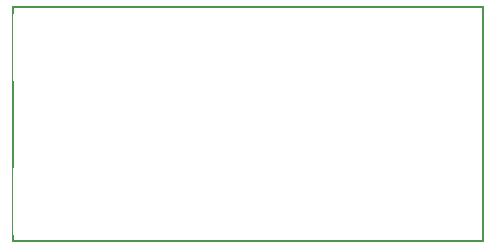
<source format=gbo>
G04 MADE WITH FRITZING*
G04 WWW.FRITZING.ORG*
G04 DOUBLE SIDED*
G04 HOLES PLATED*
G04 CONTOUR ON CENTER OF CONTOUR VECTOR*
%ASAXBY*%
%FSLAX23Y23*%
%MOIN*%
%OFA0B0*%
%SFA1.0B1.0*%
%ADD10R,0.001000X0.001000*%
%LNSILK0*%
G90*
G70*
G54D10*
X1Y787D02*
X1575Y787D01*
X1Y786D02*
X1575Y786D01*
X1Y785D02*
X1575Y785D01*
X1Y784D02*
X1575Y784D01*
X1Y783D02*
X1575Y783D01*
X1Y782D02*
X1575Y782D01*
X1Y781D02*
X1575Y781D01*
X1Y780D02*
X1575Y780D01*
X1Y779D02*
X8Y779D01*
X1568Y779D02*
X1575Y779D01*
X1Y778D02*
X8Y778D01*
X1568Y778D02*
X1575Y778D01*
X1Y777D02*
X8Y777D01*
X1568Y777D02*
X1575Y777D01*
X1Y776D02*
X8Y776D01*
X1568Y776D02*
X1575Y776D01*
X1Y775D02*
X8Y775D01*
X1568Y775D02*
X1575Y775D01*
X1Y774D02*
X8Y774D01*
X1568Y774D02*
X1575Y774D01*
X1Y773D02*
X8Y773D01*
X1568Y773D02*
X1575Y773D01*
X1Y772D02*
X8Y772D01*
X1568Y772D02*
X1575Y772D01*
X1Y771D02*
X8Y771D01*
X1568Y771D02*
X1575Y771D01*
X1Y770D02*
X8Y770D01*
X1568Y770D02*
X1575Y770D01*
X1Y769D02*
X8Y769D01*
X1568Y769D02*
X1575Y769D01*
X1Y768D02*
X8Y768D01*
X1568Y768D02*
X1575Y768D01*
X1Y767D02*
X8Y767D01*
X1568Y767D02*
X1575Y767D01*
X1Y766D02*
X8Y766D01*
X1568Y766D02*
X1575Y766D01*
X1Y765D02*
X8Y765D01*
X1568Y765D02*
X1575Y765D01*
X1Y764D02*
X8Y764D01*
X1568Y764D02*
X1575Y764D01*
X1Y763D02*
X8Y763D01*
X1568Y763D02*
X1575Y763D01*
X1Y762D02*
X8Y762D01*
X1568Y762D02*
X1575Y762D01*
X1Y761D02*
X8Y761D01*
X1568Y761D02*
X1575Y761D01*
X1Y760D02*
X8Y760D01*
X1568Y760D02*
X1575Y760D01*
X1Y759D02*
X3Y759D01*
X1568Y759D02*
X1575Y759D01*
X1Y758D02*
X3Y758D01*
X1568Y758D02*
X1575Y758D01*
X1Y757D02*
X3Y757D01*
X1568Y757D02*
X1575Y757D01*
X1Y756D02*
X3Y756D01*
X1568Y756D02*
X1575Y756D01*
X1Y755D02*
X3Y755D01*
X1568Y755D02*
X1575Y755D01*
X1Y754D02*
X3Y754D01*
X1568Y754D02*
X1575Y754D01*
X1Y753D02*
X3Y753D01*
X1568Y753D02*
X1575Y753D01*
X1Y752D02*
X3Y752D01*
X1568Y752D02*
X1575Y752D01*
X1Y751D02*
X3Y751D01*
X1568Y751D02*
X1575Y751D01*
X1Y750D02*
X3Y750D01*
X1568Y750D02*
X1575Y750D01*
X1Y749D02*
X3Y749D01*
X1568Y749D02*
X1575Y749D01*
X1Y748D02*
X3Y748D01*
X1568Y748D02*
X1575Y748D01*
X1Y747D02*
X3Y747D01*
X1568Y747D02*
X1575Y747D01*
X1Y746D02*
X3Y746D01*
X1568Y746D02*
X1575Y746D01*
X1Y745D02*
X3Y745D01*
X1568Y745D02*
X1575Y745D01*
X1Y744D02*
X3Y744D01*
X1568Y744D02*
X1575Y744D01*
X1Y743D02*
X3Y743D01*
X1568Y743D02*
X1575Y743D01*
X1Y742D02*
X3Y742D01*
X1568Y742D02*
X1575Y742D01*
X1Y741D02*
X3Y741D01*
X1568Y741D02*
X1575Y741D01*
X1Y740D02*
X3Y740D01*
X1568Y740D02*
X1575Y740D01*
X1Y739D02*
X3Y739D01*
X1568Y739D02*
X1575Y739D01*
X1Y738D02*
X3Y738D01*
X1568Y738D02*
X1575Y738D01*
X1Y737D02*
X3Y737D01*
X1568Y737D02*
X1575Y737D01*
X1Y736D02*
X3Y736D01*
X1568Y736D02*
X1575Y736D01*
X1Y735D02*
X3Y735D01*
X1568Y735D02*
X1575Y735D01*
X1Y734D02*
X3Y734D01*
X1568Y734D02*
X1575Y734D01*
X1Y733D02*
X3Y733D01*
X1568Y733D02*
X1575Y733D01*
X1Y732D02*
X3Y732D01*
X1568Y732D02*
X1575Y732D01*
X1Y731D02*
X3Y731D01*
X1568Y731D02*
X1575Y731D01*
X1Y730D02*
X3Y730D01*
X1568Y730D02*
X1575Y730D01*
X1Y729D02*
X3Y729D01*
X1568Y729D02*
X1575Y729D01*
X1Y728D02*
X3Y728D01*
X1568Y728D02*
X1575Y728D01*
X1Y727D02*
X3Y727D01*
X1568Y727D02*
X1575Y727D01*
X1Y726D02*
X3Y726D01*
X1568Y726D02*
X1575Y726D01*
X1Y725D02*
X3Y725D01*
X1568Y725D02*
X1575Y725D01*
X1Y724D02*
X3Y724D01*
X1568Y724D02*
X1575Y724D01*
X1Y723D02*
X3Y723D01*
X1568Y723D02*
X1575Y723D01*
X1Y722D02*
X3Y722D01*
X1568Y722D02*
X1575Y722D01*
X1Y721D02*
X3Y721D01*
X1568Y721D02*
X1575Y721D01*
X1Y720D02*
X3Y720D01*
X1568Y720D02*
X1575Y720D01*
X1Y719D02*
X3Y719D01*
X1568Y719D02*
X1575Y719D01*
X1Y718D02*
X3Y718D01*
X1568Y718D02*
X1575Y718D01*
X1Y717D02*
X3Y717D01*
X1568Y717D02*
X1575Y717D01*
X1Y716D02*
X3Y716D01*
X1568Y716D02*
X1575Y716D01*
X1Y715D02*
X3Y715D01*
X1568Y715D02*
X1575Y715D01*
X1Y714D02*
X3Y714D01*
X1568Y714D02*
X1575Y714D01*
X1Y713D02*
X3Y713D01*
X1568Y713D02*
X1575Y713D01*
X1Y712D02*
X3Y712D01*
X1568Y712D02*
X1575Y712D01*
X1Y711D02*
X3Y711D01*
X1568Y711D02*
X1575Y711D01*
X1Y710D02*
X3Y710D01*
X1568Y710D02*
X1575Y710D01*
X1Y709D02*
X3Y709D01*
X1568Y709D02*
X1575Y709D01*
X1Y708D02*
X3Y708D01*
X1568Y708D02*
X1575Y708D01*
X1Y707D02*
X3Y707D01*
X1568Y707D02*
X1575Y707D01*
X1Y706D02*
X3Y706D01*
X1568Y706D02*
X1575Y706D01*
X1Y705D02*
X3Y705D01*
X1568Y705D02*
X1575Y705D01*
X1Y704D02*
X3Y704D01*
X1568Y704D02*
X1575Y704D01*
X1Y703D02*
X3Y703D01*
X1568Y703D02*
X1575Y703D01*
X1Y702D02*
X3Y702D01*
X1568Y702D02*
X1575Y702D01*
X1Y701D02*
X3Y701D01*
X1568Y701D02*
X1575Y701D01*
X1Y700D02*
X3Y700D01*
X1568Y700D02*
X1575Y700D01*
X1Y699D02*
X3Y699D01*
X1568Y699D02*
X1575Y699D01*
X1Y698D02*
X3Y698D01*
X1568Y698D02*
X1575Y698D01*
X1Y697D02*
X3Y697D01*
X1568Y697D02*
X1575Y697D01*
X1Y696D02*
X3Y696D01*
X1568Y696D02*
X1575Y696D01*
X1Y695D02*
X3Y695D01*
X1568Y695D02*
X1575Y695D01*
X1Y694D02*
X3Y694D01*
X1568Y694D02*
X1575Y694D01*
X1Y693D02*
X3Y693D01*
X1568Y693D02*
X1575Y693D01*
X1Y692D02*
X3Y692D01*
X1568Y692D02*
X1575Y692D01*
X1Y691D02*
X3Y691D01*
X1568Y691D02*
X1575Y691D01*
X1Y690D02*
X3Y690D01*
X1568Y690D02*
X1575Y690D01*
X1Y689D02*
X3Y689D01*
X1568Y689D02*
X1575Y689D01*
X1Y688D02*
X3Y688D01*
X1568Y688D02*
X1575Y688D01*
X1Y687D02*
X3Y687D01*
X1568Y687D02*
X1575Y687D01*
X1Y686D02*
X3Y686D01*
X1568Y686D02*
X1575Y686D01*
X1Y685D02*
X3Y685D01*
X1568Y685D02*
X1575Y685D01*
X1Y684D02*
X3Y684D01*
X1568Y684D02*
X1575Y684D01*
X1Y683D02*
X3Y683D01*
X1568Y683D02*
X1575Y683D01*
X1Y682D02*
X3Y682D01*
X1568Y682D02*
X1575Y682D01*
X1Y681D02*
X3Y681D01*
X1568Y681D02*
X1575Y681D01*
X1Y680D02*
X3Y680D01*
X1568Y680D02*
X1575Y680D01*
X1Y679D02*
X3Y679D01*
X1568Y679D02*
X1575Y679D01*
X1Y678D02*
X3Y678D01*
X1568Y678D02*
X1575Y678D01*
X1Y677D02*
X3Y677D01*
X1568Y677D02*
X1575Y677D01*
X1Y676D02*
X3Y676D01*
X1568Y676D02*
X1575Y676D01*
X1Y675D02*
X3Y675D01*
X1568Y675D02*
X1575Y675D01*
X1Y674D02*
X3Y674D01*
X1568Y674D02*
X1575Y674D01*
X1Y673D02*
X3Y673D01*
X1568Y673D02*
X1575Y673D01*
X1Y672D02*
X3Y672D01*
X1568Y672D02*
X1575Y672D01*
X1Y671D02*
X3Y671D01*
X1568Y671D02*
X1575Y671D01*
X1Y670D02*
X3Y670D01*
X1568Y670D02*
X1575Y670D01*
X1Y669D02*
X3Y669D01*
X1568Y669D02*
X1575Y669D01*
X1Y668D02*
X3Y668D01*
X1568Y668D02*
X1575Y668D01*
X1Y667D02*
X3Y667D01*
X1568Y667D02*
X1575Y667D01*
X1Y666D02*
X3Y666D01*
X1568Y666D02*
X1575Y666D01*
X1Y665D02*
X3Y665D01*
X1568Y665D02*
X1575Y665D01*
X1Y664D02*
X3Y664D01*
X1568Y664D02*
X1575Y664D01*
X1Y663D02*
X3Y663D01*
X1568Y663D02*
X1575Y663D01*
X1Y662D02*
X3Y662D01*
X1568Y662D02*
X1575Y662D01*
X1Y661D02*
X3Y661D01*
X1568Y661D02*
X1575Y661D01*
X1Y660D02*
X3Y660D01*
X1568Y660D02*
X1575Y660D01*
X1Y659D02*
X3Y659D01*
X1568Y659D02*
X1575Y659D01*
X1Y658D02*
X3Y658D01*
X1568Y658D02*
X1575Y658D01*
X1Y657D02*
X3Y657D01*
X1568Y657D02*
X1575Y657D01*
X1Y656D02*
X3Y656D01*
X1568Y656D02*
X1575Y656D01*
X1Y655D02*
X3Y655D01*
X1568Y655D02*
X1575Y655D01*
X1Y654D02*
X3Y654D01*
X1568Y654D02*
X1575Y654D01*
X1Y653D02*
X3Y653D01*
X1568Y653D02*
X1575Y653D01*
X1Y652D02*
X3Y652D01*
X1568Y652D02*
X1575Y652D01*
X1Y651D02*
X3Y651D01*
X1568Y651D02*
X1575Y651D01*
X1Y650D02*
X3Y650D01*
X1568Y650D02*
X1575Y650D01*
X1Y649D02*
X3Y649D01*
X1568Y649D02*
X1575Y649D01*
X1Y648D02*
X3Y648D01*
X1568Y648D02*
X1575Y648D01*
X1Y647D02*
X3Y647D01*
X1568Y647D02*
X1575Y647D01*
X1Y646D02*
X3Y646D01*
X1568Y646D02*
X1575Y646D01*
X1Y645D02*
X3Y645D01*
X1568Y645D02*
X1575Y645D01*
X1Y644D02*
X3Y644D01*
X1568Y644D02*
X1575Y644D01*
X1Y643D02*
X3Y643D01*
X1568Y643D02*
X1575Y643D01*
X1Y642D02*
X3Y642D01*
X1568Y642D02*
X1575Y642D01*
X1Y641D02*
X3Y641D01*
X1568Y641D02*
X1575Y641D01*
X1Y640D02*
X3Y640D01*
X1568Y640D02*
X1575Y640D01*
X1Y639D02*
X3Y639D01*
X1568Y639D02*
X1575Y639D01*
X1Y638D02*
X3Y638D01*
X1568Y638D02*
X1575Y638D01*
X1Y637D02*
X3Y637D01*
X1568Y637D02*
X1575Y637D01*
X1Y636D02*
X3Y636D01*
X1568Y636D02*
X1575Y636D01*
X1Y635D02*
X3Y635D01*
X1568Y635D02*
X1575Y635D01*
X1Y634D02*
X3Y634D01*
X1568Y634D02*
X1575Y634D01*
X1Y633D02*
X3Y633D01*
X1568Y633D02*
X1575Y633D01*
X1Y632D02*
X3Y632D01*
X1568Y632D02*
X1575Y632D01*
X1Y631D02*
X3Y631D01*
X1568Y631D02*
X1575Y631D01*
X1Y630D02*
X3Y630D01*
X1568Y630D02*
X1575Y630D01*
X1Y629D02*
X3Y629D01*
X1568Y629D02*
X1575Y629D01*
X1Y628D02*
X3Y628D01*
X1568Y628D02*
X1575Y628D01*
X1Y627D02*
X3Y627D01*
X1568Y627D02*
X1575Y627D01*
X1Y626D02*
X3Y626D01*
X1568Y626D02*
X1575Y626D01*
X1Y625D02*
X3Y625D01*
X1568Y625D02*
X1575Y625D01*
X1Y624D02*
X3Y624D01*
X1568Y624D02*
X1575Y624D01*
X1Y623D02*
X3Y623D01*
X1568Y623D02*
X1575Y623D01*
X1Y622D02*
X3Y622D01*
X1568Y622D02*
X1575Y622D01*
X1Y621D02*
X3Y621D01*
X1568Y621D02*
X1575Y621D01*
X1Y620D02*
X3Y620D01*
X1568Y620D02*
X1575Y620D01*
X1Y619D02*
X3Y619D01*
X1568Y619D02*
X1575Y619D01*
X1Y618D02*
X3Y618D01*
X1568Y618D02*
X1575Y618D01*
X1Y617D02*
X3Y617D01*
X1568Y617D02*
X1575Y617D01*
X1Y616D02*
X3Y616D01*
X1568Y616D02*
X1575Y616D01*
X1Y615D02*
X3Y615D01*
X1568Y615D02*
X1575Y615D01*
X1Y614D02*
X3Y614D01*
X1568Y614D02*
X1575Y614D01*
X1Y613D02*
X3Y613D01*
X1568Y613D02*
X1575Y613D01*
X1Y612D02*
X3Y612D01*
X1568Y612D02*
X1575Y612D01*
X1Y611D02*
X3Y611D01*
X1568Y611D02*
X1575Y611D01*
X1Y610D02*
X3Y610D01*
X1568Y610D02*
X1575Y610D01*
X1Y609D02*
X3Y609D01*
X1568Y609D02*
X1575Y609D01*
X1Y608D02*
X3Y608D01*
X1568Y608D02*
X1575Y608D01*
X1Y607D02*
X3Y607D01*
X1568Y607D02*
X1575Y607D01*
X1Y606D02*
X3Y606D01*
X1568Y606D02*
X1575Y606D01*
X1Y605D02*
X3Y605D01*
X1568Y605D02*
X1575Y605D01*
X1Y604D02*
X3Y604D01*
X1568Y604D02*
X1575Y604D01*
X1Y603D02*
X3Y603D01*
X1568Y603D02*
X1575Y603D01*
X1Y602D02*
X3Y602D01*
X1568Y602D02*
X1575Y602D01*
X1Y601D02*
X3Y601D01*
X1568Y601D02*
X1575Y601D01*
X1Y600D02*
X3Y600D01*
X1568Y600D02*
X1575Y600D01*
X1Y599D02*
X3Y599D01*
X1568Y599D02*
X1575Y599D01*
X1Y598D02*
X3Y598D01*
X1568Y598D02*
X1575Y598D01*
X1Y597D02*
X3Y597D01*
X1568Y597D02*
X1575Y597D01*
X1Y596D02*
X3Y596D01*
X1568Y596D02*
X1575Y596D01*
X1Y595D02*
X3Y595D01*
X1568Y595D02*
X1575Y595D01*
X1Y594D02*
X3Y594D01*
X1568Y594D02*
X1575Y594D01*
X1Y593D02*
X3Y593D01*
X1568Y593D02*
X1575Y593D01*
X1Y592D02*
X3Y592D01*
X1568Y592D02*
X1575Y592D01*
X1Y591D02*
X3Y591D01*
X1568Y591D02*
X1575Y591D01*
X1Y590D02*
X3Y590D01*
X1568Y590D02*
X1575Y590D01*
X1Y589D02*
X3Y589D01*
X1568Y589D02*
X1575Y589D01*
X1Y588D02*
X3Y588D01*
X1568Y588D02*
X1575Y588D01*
X1Y587D02*
X3Y587D01*
X1568Y587D02*
X1575Y587D01*
X1Y586D02*
X3Y586D01*
X1568Y586D02*
X1575Y586D01*
X1Y585D02*
X3Y585D01*
X1568Y585D02*
X1575Y585D01*
X1Y584D02*
X3Y584D01*
X1568Y584D02*
X1575Y584D01*
X1Y583D02*
X3Y583D01*
X1568Y583D02*
X1575Y583D01*
X1Y582D02*
X3Y582D01*
X1568Y582D02*
X1575Y582D01*
X1Y581D02*
X3Y581D01*
X1568Y581D02*
X1575Y581D01*
X1Y580D02*
X3Y580D01*
X1568Y580D02*
X1575Y580D01*
X1Y579D02*
X3Y579D01*
X1568Y579D02*
X1575Y579D01*
X1Y578D02*
X3Y578D01*
X1568Y578D02*
X1575Y578D01*
X1Y577D02*
X3Y577D01*
X1568Y577D02*
X1575Y577D01*
X1Y576D02*
X3Y576D01*
X1568Y576D02*
X1575Y576D01*
X1Y575D02*
X3Y575D01*
X1568Y575D02*
X1575Y575D01*
X1Y574D02*
X3Y574D01*
X1568Y574D02*
X1575Y574D01*
X1Y573D02*
X3Y573D01*
X1568Y573D02*
X1575Y573D01*
X1Y572D02*
X3Y572D01*
X1568Y572D02*
X1575Y572D01*
X1Y571D02*
X3Y571D01*
X1568Y571D02*
X1575Y571D01*
X1Y570D02*
X3Y570D01*
X1568Y570D02*
X1575Y570D01*
X1Y569D02*
X3Y569D01*
X1568Y569D02*
X1575Y569D01*
X1Y568D02*
X3Y568D01*
X1568Y568D02*
X1575Y568D01*
X1Y567D02*
X3Y567D01*
X1568Y567D02*
X1575Y567D01*
X1Y566D02*
X3Y566D01*
X1568Y566D02*
X1575Y566D01*
X1Y565D02*
X3Y565D01*
X1568Y565D02*
X1575Y565D01*
X1Y564D02*
X3Y564D01*
X1568Y564D02*
X1575Y564D01*
X1Y563D02*
X3Y563D01*
X1568Y563D02*
X1575Y563D01*
X1Y562D02*
X3Y562D01*
X1568Y562D02*
X1575Y562D01*
X1Y561D02*
X3Y561D01*
X1568Y561D02*
X1575Y561D01*
X1Y560D02*
X3Y560D01*
X1568Y560D02*
X1575Y560D01*
X1Y559D02*
X3Y559D01*
X1568Y559D02*
X1575Y559D01*
X1Y558D02*
X3Y558D01*
X1568Y558D02*
X1575Y558D01*
X1Y557D02*
X3Y557D01*
X1568Y557D02*
X1575Y557D01*
X1Y556D02*
X3Y556D01*
X1568Y556D02*
X1575Y556D01*
X1Y555D02*
X3Y555D01*
X1568Y555D02*
X1575Y555D01*
X1Y554D02*
X3Y554D01*
X1568Y554D02*
X1575Y554D01*
X1Y553D02*
X3Y553D01*
X1568Y553D02*
X1575Y553D01*
X1Y552D02*
X3Y552D01*
X1568Y552D02*
X1575Y552D01*
X1Y551D02*
X3Y551D01*
X1568Y551D02*
X1575Y551D01*
X1Y550D02*
X3Y550D01*
X1568Y550D02*
X1575Y550D01*
X1Y549D02*
X3Y549D01*
X1568Y549D02*
X1575Y549D01*
X1Y548D02*
X3Y548D01*
X1568Y548D02*
X1575Y548D01*
X1Y547D02*
X3Y547D01*
X1568Y547D02*
X1575Y547D01*
X1Y546D02*
X3Y546D01*
X1568Y546D02*
X1575Y546D01*
X1Y545D02*
X3Y545D01*
X1568Y545D02*
X1575Y545D01*
X1Y544D02*
X3Y544D01*
X1568Y544D02*
X1575Y544D01*
X1Y543D02*
X3Y543D01*
X1568Y543D02*
X1575Y543D01*
X1Y542D02*
X3Y542D01*
X1568Y542D02*
X1575Y542D01*
X1Y541D02*
X3Y541D01*
X1568Y541D02*
X1575Y541D01*
X1Y540D02*
X3Y540D01*
X1568Y540D02*
X1575Y540D01*
X1Y539D02*
X3Y539D01*
X1568Y539D02*
X1575Y539D01*
X1Y538D02*
X3Y538D01*
X1568Y538D02*
X1575Y538D01*
X1Y537D02*
X3Y537D01*
X1568Y537D02*
X1575Y537D01*
X1Y536D02*
X8Y536D01*
X1568Y536D02*
X1575Y536D01*
X1Y535D02*
X8Y535D01*
X1568Y535D02*
X1575Y535D01*
X1Y534D02*
X8Y534D01*
X1568Y534D02*
X1575Y534D01*
X1Y533D02*
X8Y533D01*
X1568Y533D02*
X1575Y533D01*
X1Y532D02*
X8Y532D01*
X1568Y532D02*
X1575Y532D01*
X1Y531D02*
X8Y531D01*
X1568Y531D02*
X1575Y531D01*
X1Y530D02*
X8Y530D01*
X1568Y530D02*
X1575Y530D01*
X1Y529D02*
X8Y529D01*
X1568Y529D02*
X1575Y529D01*
X1Y528D02*
X8Y528D01*
X1568Y528D02*
X1575Y528D01*
X1Y527D02*
X8Y527D01*
X1568Y527D02*
X1575Y527D01*
X1Y526D02*
X8Y526D01*
X1568Y526D02*
X1575Y526D01*
X1Y525D02*
X8Y525D01*
X1568Y525D02*
X1575Y525D01*
X1Y524D02*
X8Y524D01*
X1568Y524D02*
X1575Y524D01*
X1Y523D02*
X8Y523D01*
X1568Y523D02*
X1575Y523D01*
X1Y522D02*
X8Y522D01*
X1568Y522D02*
X1575Y522D01*
X1Y521D02*
X8Y521D01*
X1568Y521D02*
X1575Y521D01*
X1Y520D02*
X8Y520D01*
X1568Y520D02*
X1575Y520D01*
X1Y519D02*
X8Y519D01*
X1568Y519D02*
X1575Y519D01*
X1Y518D02*
X8Y518D01*
X1568Y518D02*
X1575Y518D01*
X1Y517D02*
X8Y517D01*
X1568Y517D02*
X1575Y517D01*
X1Y516D02*
X8Y516D01*
X1568Y516D02*
X1575Y516D01*
X1Y515D02*
X8Y515D01*
X1568Y515D02*
X1575Y515D01*
X1Y514D02*
X8Y514D01*
X1568Y514D02*
X1575Y514D01*
X1Y513D02*
X8Y513D01*
X1568Y513D02*
X1575Y513D01*
X1Y512D02*
X8Y512D01*
X1568Y512D02*
X1575Y512D01*
X1Y511D02*
X8Y511D01*
X1568Y511D02*
X1575Y511D01*
X1Y510D02*
X8Y510D01*
X1568Y510D02*
X1575Y510D01*
X1Y509D02*
X8Y509D01*
X1568Y509D02*
X1575Y509D01*
X1Y508D02*
X8Y508D01*
X1568Y508D02*
X1575Y508D01*
X1Y507D02*
X8Y507D01*
X1568Y507D02*
X1575Y507D01*
X1Y506D02*
X8Y506D01*
X1568Y506D02*
X1575Y506D01*
X1Y505D02*
X8Y505D01*
X1568Y505D02*
X1575Y505D01*
X1Y504D02*
X8Y504D01*
X1568Y504D02*
X1575Y504D01*
X1Y503D02*
X8Y503D01*
X1568Y503D02*
X1575Y503D01*
X1Y502D02*
X8Y502D01*
X1568Y502D02*
X1575Y502D01*
X1Y501D02*
X8Y501D01*
X1568Y501D02*
X1575Y501D01*
X1Y500D02*
X8Y500D01*
X1568Y500D02*
X1575Y500D01*
X1Y499D02*
X8Y499D01*
X1568Y499D02*
X1575Y499D01*
X1Y498D02*
X8Y498D01*
X1568Y498D02*
X1575Y498D01*
X1Y497D02*
X8Y497D01*
X1568Y497D02*
X1575Y497D01*
X1Y496D02*
X8Y496D01*
X1568Y496D02*
X1575Y496D01*
X1Y495D02*
X8Y495D01*
X1568Y495D02*
X1575Y495D01*
X1Y494D02*
X8Y494D01*
X1568Y494D02*
X1575Y494D01*
X1Y493D02*
X8Y493D01*
X1568Y493D02*
X1575Y493D01*
X1Y492D02*
X8Y492D01*
X1568Y492D02*
X1575Y492D01*
X1Y491D02*
X8Y491D01*
X1568Y491D02*
X1575Y491D01*
X1Y490D02*
X8Y490D01*
X1568Y490D02*
X1575Y490D01*
X1Y489D02*
X8Y489D01*
X1568Y489D02*
X1575Y489D01*
X1Y488D02*
X8Y488D01*
X1568Y488D02*
X1575Y488D01*
X1Y487D02*
X8Y487D01*
X1568Y487D02*
X1575Y487D01*
X1Y486D02*
X8Y486D01*
X1568Y486D02*
X1575Y486D01*
X1Y485D02*
X8Y485D01*
X1568Y485D02*
X1575Y485D01*
X1Y484D02*
X8Y484D01*
X1568Y484D02*
X1575Y484D01*
X1Y483D02*
X8Y483D01*
X1568Y483D02*
X1575Y483D01*
X1Y482D02*
X8Y482D01*
X1568Y482D02*
X1575Y482D01*
X1Y481D02*
X8Y481D01*
X1568Y481D02*
X1575Y481D01*
X1Y480D02*
X8Y480D01*
X1568Y480D02*
X1575Y480D01*
X1Y479D02*
X8Y479D01*
X1568Y479D02*
X1575Y479D01*
X1Y478D02*
X8Y478D01*
X1568Y478D02*
X1575Y478D01*
X1Y477D02*
X8Y477D01*
X1568Y477D02*
X1575Y477D01*
X1Y476D02*
X8Y476D01*
X1568Y476D02*
X1575Y476D01*
X1Y475D02*
X8Y475D01*
X1568Y475D02*
X1575Y475D01*
X1Y474D02*
X8Y474D01*
X1568Y474D02*
X1575Y474D01*
X1Y473D02*
X8Y473D01*
X1568Y473D02*
X1575Y473D01*
X1Y472D02*
X8Y472D01*
X1568Y472D02*
X1575Y472D01*
X1Y471D02*
X8Y471D01*
X1568Y471D02*
X1575Y471D01*
X1Y470D02*
X8Y470D01*
X1568Y470D02*
X1575Y470D01*
X1Y469D02*
X8Y469D01*
X1568Y469D02*
X1575Y469D01*
X1Y468D02*
X8Y468D01*
X1568Y468D02*
X1575Y468D01*
X1Y467D02*
X8Y467D01*
X1568Y467D02*
X1575Y467D01*
X1Y466D02*
X8Y466D01*
X1568Y466D02*
X1575Y466D01*
X1Y465D02*
X8Y465D01*
X1568Y465D02*
X1575Y465D01*
X1Y464D02*
X8Y464D01*
X1568Y464D02*
X1575Y464D01*
X1Y463D02*
X8Y463D01*
X1568Y463D02*
X1575Y463D01*
X1Y462D02*
X8Y462D01*
X1568Y462D02*
X1575Y462D01*
X1Y461D02*
X8Y461D01*
X1568Y461D02*
X1575Y461D01*
X1Y460D02*
X8Y460D01*
X1568Y460D02*
X1575Y460D01*
X1Y459D02*
X8Y459D01*
X1568Y459D02*
X1575Y459D01*
X1Y458D02*
X8Y458D01*
X1568Y458D02*
X1575Y458D01*
X1Y457D02*
X8Y457D01*
X1568Y457D02*
X1575Y457D01*
X1Y456D02*
X8Y456D01*
X1568Y456D02*
X1575Y456D01*
X1Y455D02*
X8Y455D01*
X1568Y455D02*
X1575Y455D01*
X1Y454D02*
X8Y454D01*
X1568Y454D02*
X1575Y454D01*
X1Y453D02*
X8Y453D01*
X1568Y453D02*
X1575Y453D01*
X1Y452D02*
X8Y452D01*
X1568Y452D02*
X1575Y452D01*
X1Y451D02*
X8Y451D01*
X1568Y451D02*
X1575Y451D01*
X1Y450D02*
X8Y450D01*
X1568Y450D02*
X1575Y450D01*
X1Y449D02*
X8Y449D01*
X1568Y449D02*
X1575Y449D01*
X1Y448D02*
X8Y448D01*
X1568Y448D02*
X1575Y448D01*
X1Y447D02*
X8Y447D01*
X1568Y447D02*
X1575Y447D01*
X1Y446D02*
X8Y446D01*
X1568Y446D02*
X1575Y446D01*
X1Y445D02*
X8Y445D01*
X1568Y445D02*
X1575Y445D01*
X1Y444D02*
X8Y444D01*
X1568Y444D02*
X1575Y444D01*
X1Y443D02*
X8Y443D01*
X1568Y443D02*
X1575Y443D01*
X1Y442D02*
X8Y442D01*
X1568Y442D02*
X1575Y442D01*
X1Y441D02*
X8Y441D01*
X1568Y441D02*
X1575Y441D01*
X1Y440D02*
X8Y440D01*
X1568Y440D02*
X1575Y440D01*
X1Y439D02*
X8Y439D01*
X1568Y439D02*
X1575Y439D01*
X1Y438D02*
X8Y438D01*
X1568Y438D02*
X1575Y438D01*
X1Y437D02*
X8Y437D01*
X1568Y437D02*
X1575Y437D01*
X1Y436D02*
X8Y436D01*
X1568Y436D02*
X1575Y436D01*
X1Y435D02*
X8Y435D01*
X1568Y435D02*
X1575Y435D01*
X1Y434D02*
X8Y434D01*
X1568Y434D02*
X1575Y434D01*
X1Y433D02*
X8Y433D01*
X1568Y433D02*
X1575Y433D01*
X1Y432D02*
X8Y432D01*
X1568Y432D02*
X1575Y432D01*
X1Y431D02*
X8Y431D01*
X1568Y431D02*
X1575Y431D01*
X1Y430D02*
X8Y430D01*
X1568Y430D02*
X1575Y430D01*
X1Y429D02*
X8Y429D01*
X1568Y429D02*
X1575Y429D01*
X1Y428D02*
X8Y428D01*
X1568Y428D02*
X1575Y428D01*
X1Y427D02*
X8Y427D01*
X1568Y427D02*
X1575Y427D01*
X1Y426D02*
X8Y426D01*
X1568Y426D02*
X1575Y426D01*
X1Y425D02*
X8Y425D01*
X1568Y425D02*
X1575Y425D01*
X1Y424D02*
X8Y424D01*
X1568Y424D02*
X1575Y424D01*
X1Y423D02*
X8Y423D01*
X1568Y423D02*
X1575Y423D01*
X1Y422D02*
X8Y422D01*
X1568Y422D02*
X1575Y422D01*
X1Y421D02*
X8Y421D01*
X1568Y421D02*
X1575Y421D01*
X1Y420D02*
X8Y420D01*
X1568Y420D02*
X1575Y420D01*
X1Y419D02*
X8Y419D01*
X1568Y419D02*
X1575Y419D01*
X1Y418D02*
X8Y418D01*
X1568Y418D02*
X1575Y418D01*
X1Y417D02*
X8Y417D01*
X1568Y417D02*
X1575Y417D01*
X1Y416D02*
X8Y416D01*
X1568Y416D02*
X1575Y416D01*
X1Y415D02*
X8Y415D01*
X1568Y415D02*
X1575Y415D01*
X1Y414D02*
X8Y414D01*
X1568Y414D02*
X1575Y414D01*
X1Y413D02*
X8Y413D01*
X1568Y413D02*
X1575Y413D01*
X1Y412D02*
X8Y412D01*
X1568Y412D02*
X1575Y412D01*
X1Y411D02*
X8Y411D01*
X1568Y411D02*
X1575Y411D01*
X1Y410D02*
X8Y410D01*
X1568Y410D02*
X1575Y410D01*
X1Y409D02*
X8Y409D01*
X1568Y409D02*
X1575Y409D01*
X1Y408D02*
X8Y408D01*
X1568Y408D02*
X1575Y408D01*
X1Y407D02*
X8Y407D01*
X1568Y407D02*
X1575Y407D01*
X1Y406D02*
X8Y406D01*
X1568Y406D02*
X1575Y406D01*
X1Y405D02*
X8Y405D01*
X1568Y405D02*
X1575Y405D01*
X1Y404D02*
X8Y404D01*
X1568Y404D02*
X1575Y404D01*
X1Y403D02*
X8Y403D01*
X1568Y403D02*
X1575Y403D01*
X1Y402D02*
X8Y402D01*
X1568Y402D02*
X1575Y402D01*
X1Y401D02*
X8Y401D01*
X1568Y401D02*
X1575Y401D01*
X1Y400D02*
X8Y400D01*
X1568Y400D02*
X1575Y400D01*
X1Y399D02*
X8Y399D01*
X1568Y399D02*
X1575Y399D01*
X1Y398D02*
X8Y398D01*
X1568Y398D02*
X1575Y398D01*
X1Y397D02*
X8Y397D01*
X1568Y397D02*
X1575Y397D01*
X1Y396D02*
X8Y396D01*
X1568Y396D02*
X1575Y396D01*
X1Y395D02*
X8Y395D01*
X1568Y395D02*
X1575Y395D01*
X1Y394D02*
X8Y394D01*
X1568Y394D02*
X1575Y394D01*
X1Y393D02*
X8Y393D01*
X1568Y393D02*
X1575Y393D01*
X1Y392D02*
X8Y392D01*
X1568Y392D02*
X1575Y392D01*
X1Y391D02*
X8Y391D01*
X1568Y391D02*
X1575Y391D01*
X1Y390D02*
X8Y390D01*
X1568Y390D02*
X1575Y390D01*
X1Y389D02*
X8Y389D01*
X1568Y389D02*
X1575Y389D01*
X1Y388D02*
X8Y388D01*
X1568Y388D02*
X1575Y388D01*
X1Y387D02*
X8Y387D01*
X1568Y387D02*
X1575Y387D01*
X1Y386D02*
X8Y386D01*
X1568Y386D02*
X1575Y386D01*
X1Y385D02*
X8Y385D01*
X1568Y385D02*
X1575Y385D01*
X1Y384D02*
X8Y384D01*
X1568Y384D02*
X1575Y384D01*
X1Y383D02*
X8Y383D01*
X1568Y383D02*
X1575Y383D01*
X1Y382D02*
X8Y382D01*
X1568Y382D02*
X1575Y382D01*
X1Y381D02*
X8Y381D01*
X1568Y381D02*
X1575Y381D01*
X1Y380D02*
X8Y380D01*
X1568Y380D02*
X1575Y380D01*
X1Y379D02*
X8Y379D01*
X1568Y379D02*
X1575Y379D01*
X1Y378D02*
X8Y378D01*
X1568Y378D02*
X1575Y378D01*
X1Y377D02*
X8Y377D01*
X1568Y377D02*
X1575Y377D01*
X1Y376D02*
X8Y376D01*
X1568Y376D02*
X1575Y376D01*
X1Y375D02*
X8Y375D01*
X1568Y375D02*
X1575Y375D01*
X1Y374D02*
X8Y374D01*
X1568Y374D02*
X1575Y374D01*
X1Y373D02*
X8Y373D01*
X1568Y373D02*
X1575Y373D01*
X1Y372D02*
X8Y372D01*
X1568Y372D02*
X1575Y372D01*
X1Y371D02*
X8Y371D01*
X1568Y371D02*
X1575Y371D01*
X1Y370D02*
X8Y370D01*
X1568Y370D02*
X1575Y370D01*
X1Y369D02*
X8Y369D01*
X1568Y369D02*
X1575Y369D01*
X1Y368D02*
X8Y368D01*
X1568Y368D02*
X1575Y368D01*
X1Y367D02*
X8Y367D01*
X1568Y367D02*
X1575Y367D01*
X1Y366D02*
X8Y366D01*
X1568Y366D02*
X1575Y366D01*
X1Y365D02*
X8Y365D01*
X1568Y365D02*
X1575Y365D01*
X1Y364D02*
X8Y364D01*
X1568Y364D02*
X1575Y364D01*
X1Y363D02*
X8Y363D01*
X1568Y363D02*
X1575Y363D01*
X1Y362D02*
X8Y362D01*
X1568Y362D02*
X1575Y362D01*
X1Y361D02*
X8Y361D01*
X1568Y361D02*
X1575Y361D01*
X1Y360D02*
X8Y360D01*
X1568Y360D02*
X1575Y360D01*
X1Y359D02*
X8Y359D01*
X1568Y359D02*
X1575Y359D01*
X1Y358D02*
X8Y358D01*
X1568Y358D02*
X1575Y358D01*
X1Y357D02*
X8Y357D01*
X1568Y357D02*
X1575Y357D01*
X1Y356D02*
X8Y356D01*
X1568Y356D02*
X1575Y356D01*
X1Y355D02*
X8Y355D01*
X1568Y355D02*
X1575Y355D01*
X1Y354D02*
X8Y354D01*
X1568Y354D02*
X1575Y354D01*
X1Y353D02*
X8Y353D01*
X1568Y353D02*
X1575Y353D01*
X1Y352D02*
X8Y352D01*
X1568Y352D02*
X1575Y352D01*
X1Y351D02*
X8Y351D01*
X1568Y351D02*
X1575Y351D01*
X1Y350D02*
X8Y350D01*
X1568Y350D02*
X1575Y350D01*
X1Y349D02*
X8Y349D01*
X1568Y349D02*
X1575Y349D01*
X1Y348D02*
X8Y348D01*
X1568Y348D02*
X1575Y348D01*
X1Y347D02*
X8Y347D01*
X1568Y347D02*
X1575Y347D01*
X1Y346D02*
X8Y346D01*
X1568Y346D02*
X1575Y346D01*
X1Y345D02*
X8Y345D01*
X1568Y345D02*
X1575Y345D01*
X1Y344D02*
X8Y344D01*
X1568Y344D02*
X1575Y344D01*
X1Y343D02*
X8Y343D01*
X1568Y343D02*
X1575Y343D01*
X1Y342D02*
X8Y342D01*
X1568Y342D02*
X1575Y342D01*
X1Y341D02*
X8Y341D01*
X1568Y341D02*
X1575Y341D01*
X1Y340D02*
X8Y340D01*
X1568Y340D02*
X1575Y340D01*
X1Y339D02*
X8Y339D01*
X1568Y339D02*
X1575Y339D01*
X1Y338D02*
X8Y338D01*
X1568Y338D02*
X1575Y338D01*
X1Y337D02*
X8Y337D01*
X1568Y337D02*
X1575Y337D01*
X1Y336D02*
X8Y336D01*
X1568Y336D02*
X1575Y336D01*
X1Y335D02*
X8Y335D01*
X1568Y335D02*
X1575Y335D01*
X1Y334D02*
X8Y334D01*
X1568Y334D02*
X1575Y334D01*
X1Y333D02*
X8Y333D01*
X1568Y333D02*
X1575Y333D01*
X1Y332D02*
X8Y332D01*
X1568Y332D02*
X1575Y332D01*
X1Y331D02*
X8Y331D01*
X1568Y331D02*
X1575Y331D01*
X1Y330D02*
X8Y330D01*
X1568Y330D02*
X1575Y330D01*
X1Y329D02*
X8Y329D01*
X1568Y329D02*
X1575Y329D01*
X1Y328D02*
X8Y328D01*
X1568Y328D02*
X1575Y328D01*
X1Y327D02*
X8Y327D01*
X1568Y327D02*
X1575Y327D01*
X1Y326D02*
X8Y326D01*
X1568Y326D02*
X1575Y326D01*
X1Y325D02*
X8Y325D01*
X1568Y325D02*
X1575Y325D01*
X1Y324D02*
X8Y324D01*
X1568Y324D02*
X1575Y324D01*
X1Y323D02*
X8Y323D01*
X1568Y323D02*
X1575Y323D01*
X1Y322D02*
X8Y322D01*
X1568Y322D02*
X1575Y322D01*
X1Y321D02*
X8Y321D01*
X1568Y321D02*
X1575Y321D01*
X1Y320D02*
X8Y320D01*
X1568Y320D02*
X1575Y320D01*
X1Y319D02*
X8Y319D01*
X1568Y319D02*
X1575Y319D01*
X1Y318D02*
X8Y318D01*
X1568Y318D02*
X1575Y318D01*
X1Y317D02*
X8Y317D01*
X1568Y317D02*
X1575Y317D01*
X1Y316D02*
X8Y316D01*
X1568Y316D02*
X1575Y316D01*
X1Y315D02*
X8Y315D01*
X1568Y315D02*
X1575Y315D01*
X1Y314D02*
X8Y314D01*
X1568Y314D02*
X1575Y314D01*
X1Y313D02*
X8Y313D01*
X1568Y313D02*
X1575Y313D01*
X1Y312D02*
X8Y312D01*
X1568Y312D02*
X1575Y312D01*
X1Y311D02*
X8Y311D01*
X1568Y311D02*
X1575Y311D01*
X1Y310D02*
X8Y310D01*
X1568Y310D02*
X1575Y310D01*
X1Y309D02*
X8Y309D01*
X1568Y309D02*
X1575Y309D01*
X1Y308D02*
X8Y308D01*
X1568Y308D02*
X1575Y308D01*
X1Y307D02*
X8Y307D01*
X1568Y307D02*
X1575Y307D01*
X1Y306D02*
X8Y306D01*
X1568Y306D02*
X1575Y306D01*
X1Y305D02*
X8Y305D01*
X1568Y305D02*
X1575Y305D01*
X1Y304D02*
X8Y304D01*
X1568Y304D02*
X1575Y304D01*
X1Y303D02*
X8Y303D01*
X1568Y303D02*
X1575Y303D01*
X1Y302D02*
X8Y302D01*
X1568Y302D02*
X1575Y302D01*
X1Y301D02*
X8Y301D01*
X1568Y301D02*
X1575Y301D01*
X1Y300D02*
X8Y300D01*
X1568Y300D02*
X1575Y300D01*
X1Y299D02*
X8Y299D01*
X1568Y299D02*
X1575Y299D01*
X1Y298D02*
X8Y298D01*
X1568Y298D02*
X1575Y298D01*
X1Y297D02*
X8Y297D01*
X1568Y297D02*
X1575Y297D01*
X1Y296D02*
X8Y296D01*
X1568Y296D02*
X1575Y296D01*
X1Y295D02*
X8Y295D01*
X1568Y295D02*
X1575Y295D01*
X1Y294D02*
X8Y294D01*
X1568Y294D02*
X1575Y294D01*
X1Y293D02*
X8Y293D01*
X1568Y293D02*
X1575Y293D01*
X1Y292D02*
X8Y292D01*
X1568Y292D02*
X1575Y292D01*
X1Y291D02*
X8Y291D01*
X1568Y291D02*
X1575Y291D01*
X1Y290D02*
X8Y290D01*
X1568Y290D02*
X1575Y290D01*
X1Y289D02*
X8Y289D01*
X1568Y289D02*
X1575Y289D01*
X1Y288D02*
X8Y288D01*
X1568Y288D02*
X1575Y288D01*
X1Y287D02*
X8Y287D01*
X1568Y287D02*
X1575Y287D01*
X1Y286D02*
X8Y286D01*
X1568Y286D02*
X1575Y286D01*
X1Y285D02*
X8Y285D01*
X1568Y285D02*
X1575Y285D01*
X1Y284D02*
X8Y284D01*
X1568Y284D02*
X1575Y284D01*
X1Y283D02*
X8Y283D01*
X1568Y283D02*
X1575Y283D01*
X1Y282D02*
X8Y282D01*
X1568Y282D02*
X1575Y282D01*
X1Y281D02*
X8Y281D01*
X1568Y281D02*
X1575Y281D01*
X1Y280D02*
X8Y280D01*
X1568Y280D02*
X1575Y280D01*
X1Y279D02*
X8Y279D01*
X1568Y279D02*
X1575Y279D01*
X1Y278D02*
X8Y278D01*
X1568Y278D02*
X1575Y278D01*
X1Y277D02*
X8Y277D01*
X1568Y277D02*
X1575Y277D01*
X1Y276D02*
X8Y276D01*
X1568Y276D02*
X1575Y276D01*
X1Y275D02*
X8Y275D01*
X1568Y275D02*
X1575Y275D01*
X1Y274D02*
X8Y274D01*
X1568Y274D02*
X1575Y274D01*
X1Y273D02*
X8Y273D01*
X1568Y273D02*
X1575Y273D01*
X1Y272D02*
X8Y272D01*
X1568Y272D02*
X1575Y272D01*
X1Y271D02*
X8Y271D01*
X1568Y271D02*
X1575Y271D01*
X1Y270D02*
X8Y270D01*
X1568Y270D02*
X1575Y270D01*
X1Y269D02*
X8Y269D01*
X1568Y269D02*
X1575Y269D01*
X1Y268D02*
X8Y268D01*
X1568Y268D02*
X1575Y268D01*
X1Y267D02*
X8Y267D01*
X1568Y267D02*
X1575Y267D01*
X1Y266D02*
X8Y266D01*
X1568Y266D02*
X1575Y266D01*
X1Y265D02*
X8Y265D01*
X1568Y265D02*
X1575Y265D01*
X1Y264D02*
X8Y264D01*
X1568Y264D02*
X1575Y264D01*
X1Y263D02*
X8Y263D01*
X1568Y263D02*
X1575Y263D01*
X1Y262D02*
X8Y262D01*
X1568Y262D02*
X1575Y262D01*
X1Y261D02*
X8Y261D01*
X1568Y261D02*
X1575Y261D01*
X1Y260D02*
X8Y260D01*
X1568Y260D02*
X1575Y260D01*
X1Y259D02*
X8Y259D01*
X1568Y259D02*
X1575Y259D01*
X1Y258D02*
X8Y258D01*
X1568Y258D02*
X1575Y258D01*
X1Y257D02*
X8Y257D01*
X1568Y257D02*
X1575Y257D01*
X1Y256D02*
X8Y256D01*
X1568Y256D02*
X1575Y256D01*
X1Y255D02*
X8Y255D01*
X1568Y255D02*
X1575Y255D01*
X1Y254D02*
X8Y254D01*
X1568Y254D02*
X1575Y254D01*
X1Y253D02*
X8Y253D01*
X1568Y253D02*
X1575Y253D01*
X1Y252D02*
X8Y252D01*
X1568Y252D02*
X1575Y252D01*
X1Y251D02*
X8Y251D01*
X1568Y251D02*
X1575Y251D01*
X1Y250D02*
X8Y250D01*
X1568Y250D02*
X1575Y250D01*
X1Y249D02*
X8Y249D01*
X1568Y249D02*
X1575Y249D01*
X1Y248D02*
X8Y248D01*
X1568Y248D02*
X1575Y248D01*
X1Y247D02*
X3Y247D01*
X1568Y247D02*
X1575Y247D01*
X1Y246D02*
X3Y246D01*
X1568Y246D02*
X1575Y246D01*
X1Y245D02*
X3Y245D01*
X1568Y245D02*
X1575Y245D01*
X1Y244D02*
X3Y244D01*
X1568Y244D02*
X1575Y244D01*
X1Y243D02*
X3Y243D01*
X1568Y243D02*
X1575Y243D01*
X1Y242D02*
X3Y242D01*
X1568Y242D02*
X1575Y242D01*
X1Y241D02*
X3Y241D01*
X1568Y241D02*
X1575Y241D01*
X1Y240D02*
X3Y240D01*
X1568Y240D02*
X1575Y240D01*
X1Y239D02*
X3Y239D01*
X1568Y239D02*
X1575Y239D01*
X1Y238D02*
X3Y238D01*
X1568Y238D02*
X1575Y238D01*
X1Y237D02*
X3Y237D01*
X1568Y237D02*
X1575Y237D01*
X1Y236D02*
X3Y236D01*
X1568Y236D02*
X1575Y236D01*
X1Y235D02*
X3Y235D01*
X1568Y235D02*
X1575Y235D01*
X1Y234D02*
X3Y234D01*
X1568Y234D02*
X1575Y234D01*
X1Y233D02*
X3Y233D01*
X1568Y233D02*
X1575Y233D01*
X1Y232D02*
X3Y232D01*
X1568Y232D02*
X1575Y232D01*
X1Y231D02*
X3Y231D01*
X1568Y231D02*
X1575Y231D01*
X1Y230D02*
X3Y230D01*
X1568Y230D02*
X1575Y230D01*
X1Y229D02*
X3Y229D01*
X1568Y229D02*
X1575Y229D01*
X1Y228D02*
X3Y228D01*
X1568Y228D02*
X1575Y228D01*
X1Y227D02*
X3Y227D01*
X1568Y227D02*
X1575Y227D01*
X1Y226D02*
X3Y226D01*
X1568Y226D02*
X1575Y226D01*
X1Y225D02*
X3Y225D01*
X1568Y225D02*
X1575Y225D01*
X1Y224D02*
X3Y224D01*
X1568Y224D02*
X1575Y224D01*
X1Y223D02*
X3Y223D01*
X1568Y223D02*
X1575Y223D01*
X1Y222D02*
X3Y222D01*
X1568Y222D02*
X1575Y222D01*
X1Y221D02*
X3Y221D01*
X1568Y221D02*
X1575Y221D01*
X1Y220D02*
X3Y220D01*
X1568Y220D02*
X1575Y220D01*
X1Y219D02*
X3Y219D01*
X1568Y219D02*
X1575Y219D01*
X1Y218D02*
X3Y218D01*
X1568Y218D02*
X1575Y218D01*
X1Y217D02*
X3Y217D01*
X1568Y217D02*
X1575Y217D01*
X1Y216D02*
X3Y216D01*
X1568Y216D02*
X1575Y216D01*
X1Y215D02*
X3Y215D01*
X1568Y215D02*
X1575Y215D01*
X1Y214D02*
X3Y214D01*
X1568Y214D02*
X1575Y214D01*
X1Y213D02*
X3Y213D01*
X1568Y213D02*
X1575Y213D01*
X1Y212D02*
X3Y212D01*
X1568Y212D02*
X1575Y212D01*
X1Y211D02*
X3Y211D01*
X1568Y211D02*
X1575Y211D01*
X1Y210D02*
X3Y210D01*
X1568Y210D02*
X1575Y210D01*
X1Y209D02*
X3Y209D01*
X1568Y209D02*
X1575Y209D01*
X1Y208D02*
X3Y208D01*
X1568Y208D02*
X1575Y208D01*
X1Y207D02*
X3Y207D01*
X1568Y207D02*
X1575Y207D01*
X1Y206D02*
X3Y206D01*
X1568Y206D02*
X1575Y206D01*
X1Y205D02*
X3Y205D01*
X1568Y205D02*
X1575Y205D01*
X1Y204D02*
X3Y204D01*
X1568Y204D02*
X1575Y204D01*
X1Y203D02*
X3Y203D01*
X1568Y203D02*
X1575Y203D01*
X1Y202D02*
X3Y202D01*
X1568Y202D02*
X1575Y202D01*
X1Y201D02*
X3Y201D01*
X1568Y201D02*
X1575Y201D01*
X1Y200D02*
X3Y200D01*
X1568Y200D02*
X1575Y200D01*
X1Y199D02*
X3Y199D01*
X1568Y199D02*
X1575Y199D01*
X1Y198D02*
X3Y198D01*
X1568Y198D02*
X1575Y198D01*
X1Y197D02*
X3Y197D01*
X1568Y197D02*
X1575Y197D01*
X1Y196D02*
X3Y196D01*
X1568Y196D02*
X1575Y196D01*
X1Y195D02*
X3Y195D01*
X1568Y195D02*
X1575Y195D01*
X1Y194D02*
X3Y194D01*
X1568Y194D02*
X1575Y194D01*
X1Y193D02*
X3Y193D01*
X1568Y193D02*
X1575Y193D01*
X1Y192D02*
X3Y192D01*
X1568Y192D02*
X1575Y192D01*
X1Y191D02*
X3Y191D01*
X1568Y191D02*
X1575Y191D01*
X1Y190D02*
X3Y190D01*
X1568Y190D02*
X1575Y190D01*
X1Y189D02*
X3Y189D01*
X1568Y189D02*
X1575Y189D01*
X1Y188D02*
X3Y188D01*
X1568Y188D02*
X1575Y188D01*
X1Y187D02*
X3Y187D01*
X1568Y187D02*
X1575Y187D01*
X1Y186D02*
X3Y186D01*
X1568Y186D02*
X1575Y186D01*
X1Y185D02*
X3Y185D01*
X1568Y185D02*
X1575Y185D01*
X1Y184D02*
X3Y184D01*
X1568Y184D02*
X1575Y184D01*
X1Y183D02*
X3Y183D01*
X1568Y183D02*
X1575Y183D01*
X1Y182D02*
X3Y182D01*
X1568Y182D02*
X1575Y182D01*
X1Y181D02*
X3Y181D01*
X1568Y181D02*
X1575Y181D01*
X1Y180D02*
X3Y180D01*
X1568Y180D02*
X1575Y180D01*
X1Y179D02*
X3Y179D01*
X1568Y179D02*
X1575Y179D01*
X1Y178D02*
X3Y178D01*
X1568Y178D02*
X1575Y178D01*
X1Y177D02*
X3Y177D01*
X1568Y177D02*
X1575Y177D01*
X1Y176D02*
X3Y176D01*
X1568Y176D02*
X1575Y176D01*
X1Y175D02*
X3Y175D01*
X1568Y175D02*
X1575Y175D01*
X1Y174D02*
X3Y174D01*
X1568Y174D02*
X1575Y174D01*
X1Y173D02*
X3Y173D01*
X1568Y173D02*
X1575Y173D01*
X1Y172D02*
X3Y172D01*
X1568Y172D02*
X1575Y172D01*
X1Y171D02*
X3Y171D01*
X1568Y171D02*
X1575Y171D01*
X1Y170D02*
X3Y170D01*
X1568Y170D02*
X1575Y170D01*
X1Y169D02*
X3Y169D01*
X1568Y169D02*
X1575Y169D01*
X1Y168D02*
X3Y168D01*
X1568Y168D02*
X1575Y168D01*
X1Y167D02*
X3Y167D01*
X1568Y167D02*
X1575Y167D01*
X1Y166D02*
X3Y166D01*
X1568Y166D02*
X1575Y166D01*
X1Y165D02*
X3Y165D01*
X1568Y165D02*
X1575Y165D01*
X1Y164D02*
X3Y164D01*
X1568Y164D02*
X1575Y164D01*
X1Y163D02*
X3Y163D01*
X1568Y163D02*
X1575Y163D01*
X1Y162D02*
X3Y162D01*
X1568Y162D02*
X1575Y162D01*
X1Y161D02*
X3Y161D01*
X1568Y161D02*
X1575Y161D01*
X1Y160D02*
X3Y160D01*
X1568Y160D02*
X1575Y160D01*
X1Y159D02*
X3Y159D01*
X1568Y159D02*
X1575Y159D01*
X1Y158D02*
X3Y158D01*
X1568Y158D02*
X1575Y158D01*
X1Y157D02*
X3Y157D01*
X1568Y157D02*
X1575Y157D01*
X1Y156D02*
X3Y156D01*
X1568Y156D02*
X1575Y156D01*
X1Y155D02*
X3Y155D01*
X1568Y155D02*
X1575Y155D01*
X1Y154D02*
X3Y154D01*
X1568Y154D02*
X1575Y154D01*
X1Y153D02*
X3Y153D01*
X1568Y153D02*
X1575Y153D01*
X1Y152D02*
X3Y152D01*
X1568Y152D02*
X1575Y152D01*
X1Y151D02*
X3Y151D01*
X1568Y151D02*
X1575Y151D01*
X1Y150D02*
X3Y150D01*
X1568Y150D02*
X1575Y150D01*
X1Y149D02*
X3Y149D01*
X1568Y149D02*
X1575Y149D01*
X1Y148D02*
X3Y148D01*
X1568Y148D02*
X1575Y148D01*
X1Y147D02*
X3Y147D01*
X1568Y147D02*
X1575Y147D01*
X1Y146D02*
X3Y146D01*
X1568Y146D02*
X1575Y146D01*
X1Y145D02*
X3Y145D01*
X1568Y145D02*
X1575Y145D01*
X1Y144D02*
X3Y144D01*
X1568Y144D02*
X1575Y144D01*
X1Y143D02*
X3Y143D01*
X1568Y143D02*
X1575Y143D01*
X1Y142D02*
X3Y142D01*
X1568Y142D02*
X1575Y142D01*
X1Y141D02*
X3Y141D01*
X1568Y141D02*
X1575Y141D01*
X1Y140D02*
X3Y140D01*
X1568Y140D02*
X1575Y140D01*
X1Y139D02*
X3Y139D01*
X1568Y139D02*
X1575Y139D01*
X1Y138D02*
X3Y138D01*
X1568Y138D02*
X1575Y138D01*
X1Y137D02*
X3Y137D01*
X1568Y137D02*
X1575Y137D01*
X1Y136D02*
X3Y136D01*
X1568Y136D02*
X1575Y136D01*
X1Y135D02*
X3Y135D01*
X1568Y135D02*
X1575Y135D01*
X1Y134D02*
X3Y134D01*
X1568Y134D02*
X1575Y134D01*
X1Y133D02*
X3Y133D01*
X1568Y133D02*
X1575Y133D01*
X1Y132D02*
X3Y132D01*
X1568Y132D02*
X1575Y132D01*
X1Y131D02*
X3Y131D01*
X1568Y131D02*
X1575Y131D01*
X1Y130D02*
X3Y130D01*
X1568Y130D02*
X1575Y130D01*
X1Y129D02*
X3Y129D01*
X1568Y129D02*
X1575Y129D01*
X1Y128D02*
X3Y128D01*
X1568Y128D02*
X1575Y128D01*
X1Y127D02*
X3Y127D01*
X1568Y127D02*
X1575Y127D01*
X1Y126D02*
X3Y126D01*
X1568Y126D02*
X1575Y126D01*
X1Y125D02*
X3Y125D01*
X1568Y125D02*
X1575Y125D01*
X1Y124D02*
X3Y124D01*
X1568Y124D02*
X1575Y124D01*
X1Y123D02*
X3Y123D01*
X1568Y123D02*
X1575Y123D01*
X1Y122D02*
X3Y122D01*
X1568Y122D02*
X1575Y122D01*
X1Y121D02*
X3Y121D01*
X1568Y121D02*
X1575Y121D01*
X1Y120D02*
X3Y120D01*
X1568Y120D02*
X1575Y120D01*
X1Y119D02*
X3Y119D01*
X1568Y119D02*
X1575Y119D01*
X1Y118D02*
X3Y118D01*
X1568Y118D02*
X1575Y118D01*
X1Y117D02*
X3Y117D01*
X1568Y117D02*
X1575Y117D01*
X1Y116D02*
X3Y116D01*
X1568Y116D02*
X1575Y116D01*
X1Y115D02*
X3Y115D01*
X1568Y115D02*
X1575Y115D01*
X1Y114D02*
X3Y114D01*
X1568Y114D02*
X1575Y114D01*
X1Y113D02*
X3Y113D01*
X1568Y113D02*
X1575Y113D01*
X1Y112D02*
X3Y112D01*
X1568Y112D02*
X1575Y112D01*
X1Y111D02*
X3Y111D01*
X1568Y111D02*
X1575Y111D01*
X1Y110D02*
X3Y110D01*
X1568Y110D02*
X1575Y110D01*
X1Y109D02*
X3Y109D01*
X1568Y109D02*
X1575Y109D01*
X1Y108D02*
X3Y108D01*
X1568Y108D02*
X1575Y108D01*
X1Y107D02*
X3Y107D01*
X1568Y107D02*
X1575Y107D01*
X1Y106D02*
X3Y106D01*
X1568Y106D02*
X1575Y106D01*
X1Y105D02*
X3Y105D01*
X1568Y105D02*
X1575Y105D01*
X1Y104D02*
X3Y104D01*
X1568Y104D02*
X1575Y104D01*
X1Y103D02*
X3Y103D01*
X1568Y103D02*
X1575Y103D01*
X1Y102D02*
X3Y102D01*
X1568Y102D02*
X1575Y102D01*
X1Y101D02*
X3Y101D01*
X1568Y101D02*
X1575Y101D01*
X1Y100D02*
X3Y100D01*
X1568Y100D02*
X1575Y100D01*
X1Y99D02*
X3Y99D01*
X1568Y99D02*
X1575Y99D01*
X1Y98D02*
X3Y98D01*
X1568Y98D02*
X1575Y98D01*
X1Y97D02*
X3Y97D01*
X1568Y97D02*
X1575Y97D01*
X1Y96D02*
X3Y96D01*
X1568Y96D02*
X1575Y96D01*
X1Y95D02*
X3Y95D01*
X1568Y95D02*
X1575Y95D01*
X1Y94D02*
X3Y94D01*
X1568Y94D02*
X1575Y94D01*
X1Y93D02*
X3Y93D01*
X1568Y93D02*
X1575Y93D01*
X1Y92D02*
X3Y92D01*
X1568Y92D02*
X1575Y92D01*
X1Y91D02*
X3Y91D01*
X1568Y91D02*
X1575Y91D01*
X1Y90D02*
X3Y90D01*
X1568Y90D02*
X1575Y90D01*
X1Y89D02*
X3Y89D01*
X1568Y89D02*
X1575Y89D01*
X1Y88D02*
X3Y88D01*
X1568Y88D02*
X1575Y88D01*
X1Y87D02*
X3Y87D01*
X1568Y87D02*
X1575Y87D01*
X1Y86D02*
X3Y86D01*
X1568Y86D02*
X1575Y86D01*
X1Y85D02*
X3Y85D01*
X1568Y85D02*
X1575Y85D01*
X1Y84D02*
X3Y84D01*
X1568Y84D02*
X1575Y84D01*
X1Y83D02*
X3Y83D01*
X1568Y83D02*
X1575Y83D01*
X1Y82D02*
X3Y82D01*
X1568Y82D02*
X1575Y82D01*
X1Y81D02*
X3Y81D01*
X1568Y81D02*
X1575Y81D01*
X1Y80D02*
X3Y80D01*
X1568Y80D02*
X1575Y80D01*
X1Y79D02*
X3Y79D01*
X1568Y79D02*
X1575Y79D01*
X1Y78D02*
X3Y78D01*
X1568Y78D02*
X1575Y78D01*
X1Y77D02*
X3Y77D01*
X1568Y77D02*
X1575Y77D01*
X1Y76D02*
X3Y76D01*
X1568Y76D02*
X1575Y76D01*
X1Y75D02*
X3Y75D01*
X1568Y75D02*
X1575Y75D01*
X1Y74D02*
X3Y74D01*
X1568Y74D02*
X1575Y74D01*
X1Y73D02*
X3Y73D01*
X1568Y73D02*
X1575Y73D01*
X1Y72D02*
X3Y72D01*
X1568Y72D02*
X1575Y72D01*
X1Y71D02*
X3Y71D01*
X1568Y71D02*
X1575Y71D01*
X1Y70D02*
X3Y70D01*
X1568Y70D02*
X1575Y70D01*
X1Y69D02*
X3Y69D01*
X1568Y69D02*
X1575Y69D01*
X1Y68D02*
X3Y68D01*
X1568Y68D02*
X1575Y68D01*
X1Y67D02*
X3Y67D01*
X1568Y67D02*
X1575Y67D01*
X1Y66D02*
X3Y66D01*
X1568Y66D02*
X1575Y66D01*
X1Y65D02*
X3Y65D01*
X1568Y65D02*
X1575Y65D01*
X1Y64D02*
X3Y64D01*
X1568Y64D02*
X1575Y64D01*
X1Y63D02*
X3Y63D01*
X1568Y63D02*
X1575Y63D01*
X1Y62D02*
X3Y62D01*
X1568Y62D02*
X1575Y62D01*
X1Y61D02*
X3Y61D01*
X1568Y61D02*
X1575Y61D01*
X1Y60D02*
X3Y60D01*
X1568Y60D02*
X1575Y60D01*
X1Y59D02*
X3Y59D01*
X1568Y59D02*
X1575Y59D01*
X1Y58D02*
X3Y58D01*
X1568Y58D02*
X1575Y58D01*
X1Y57D02*
X3Y57D01*
X1568Y57D02*
X1575Y57D01*
X1Y56D02*
X3Y56D01*
X1568Y56D02*
X1575Y56D01*
X1Y55D02*
X3Y55D01*
X1568Y55D02*
X1575Y55D01*
X1Y54D02*
X3Y54D01*
X1568Y54D02*
X1575Y54D01*
X1Y53D02*
X3Y53D01*
X1568Y53D02*
X1575Y53D01*
X1Y52D02*
X3Y52D01*
X1568Y52D02*
X1575Y52D01*
X1Y51D02*
X3Y51D01*
X1568Y51D02*
X1575Y51D01*
X1Y50D02*
X3Y50D01*
X1568Y50D02*
X1575Y50D01*
X1Y49D02*
X3Y49D01*
X1568Y49D02*
X1575Y49D01*
X1Y48D02*
X3Y48D01*
X1568Y48D02*
X1575Y48D01*
X1Y47D02*
X3Y47D01*
X1568Y47D02*
X1575Y47D01*
X1Y46D02*
X3Y46D01*
X1568Y46D02*
X1575Y46D01*
X1Y45D02*
X3Y45D01*
X1568Y45D02*
X1575Y45D01*
X1Y44D02*
X3Y44D01*
X1568Y44D02*
X1575Y44D01*
X1Y43D02*
X3Y43D01*
X1568Y43D02*
X1575Y43D01*
X1Y42D02*
X3Y42D01*
X1568Y42D02*
X1575Y42D01*
X1Y41D02*
X3Y41D01*
X1568Y41D02*
X1575Y41D01*
X1Y40D02*
X3Y40D01*
X1568Y40D02*
X1575Y40D01*
X1Y39D02*
X3Y39D01*
X1568Y39D02*
X1575Y39D01*
X1Y38D02*
X3Y38D01*
X1568Y38D02*
X1575Y38D01*
X1Y37D02*
X3Y37D01*
X1568Y37D02*
X1575Y37D01*
X1Y36D02*
X3Y36D01*
X1568Y36D02*
X1575Y36D01*
X1Y35D02*
X3Y35D01*
X1568Y35D02*
X1575Y35D01*
X1Y34D02*
X3Y34D01*
X1568Y34D02*
X1575Y34D01*
X1Y33D02*
X3Y33D01*
X1568Y33D02*
X1575Y33D01*
X1Y32D02*
X3Y32D01*
X1568Y32D02*
X1575Y32D01*
X1Y31D02*
X3Y31D01*
X1568Y31D02*
X1575Y31D01*
X1Y30D02*
X3Y30D01*
X1568Y30D02*
X1575Y30D01*
X1Y29D02*
X3Y29D01*
X1568Y29D02*
X1575Y29D01*
X1Y28D02*
X3Y28D01*
X1568Y28D02*
X1575Y28D01*
X1Y27D02*
X3Y27D01*
X1568Y27D02*
X1575Y27D01*
X1Y26D02*
X3Y26D01*
X1568Y26D02*
X1575Y26D01*
X1Y25D02*
X8Y25D01*
X1568Y25D02*
X1575Y25D01*
X1Y24D02*
X8Y24D01*
X1568Y24D02*
X1575Y24D01*
X1Y23D02*
X8Y23D01*
X1568Y23D02*
X1575Y23D01*
X1Y22D02*
X8Y22D01*
X1568Y22D02*
X1575Y22D01*
X1Y21D02*
X8Y21D01*
X1568Y21D02*
X1575Y21D01*
X1Y20D02*
X8Y20D01*
X1568Y20D02*
X1575Y20D01*
X1Y19D02*
X8Y19D01*
X1568Y19D02*
X1575Y19D01*
X1Y18D02*
X8Y18D01*
X1568Y18D02*
X1575Y18D01*
X1Y17D02*
X8Y17D01*
X1568Y17D02*
X1575Y17D01*
X1Y16D02*
X8Y16D01*
X1568Y16D02*
X1575Y16D01*
X1Y15D02*
X8Y15D01*
X1568Y15D02*
X1575Y15D01*
X1Y14D02*
X8Y14D01*
X1568Y14D02*
X1575Y14D01*
X1Y13D02*
X8Y13D01*
X1568Y13D02*
X1575Y13D01*
X1Y12D02*
X8Y12D01*
X1568Y12D02*
X1575Y12D01*
X1Y11D02*
X8Y11D01*
X1568Y11D02*
X1575Y11D01*
X1Y10D02*
X8Y10D01*
X1568Y10D02*
X1575Y10D01*
X1Y9D02*
X8Y9D01*
X1568Y9D02*
X1575Y9D01*
X1Y8D02*
X1575Y8D01*
X1Y7D02*
X1575Y7D01*
X1Y6D02*
X1575Y6D01*
X1Y5D02*
X1575Y5D01*
X1Y4D02*
X1575Y4D01*
X1Y3D02*
X1575Y3D01*
X1Y2D02*
X1575Y2D01*
X1Y1D02*
X1575Y1D01*
D02*
G04 End of Silk0*
M02*
</source>
